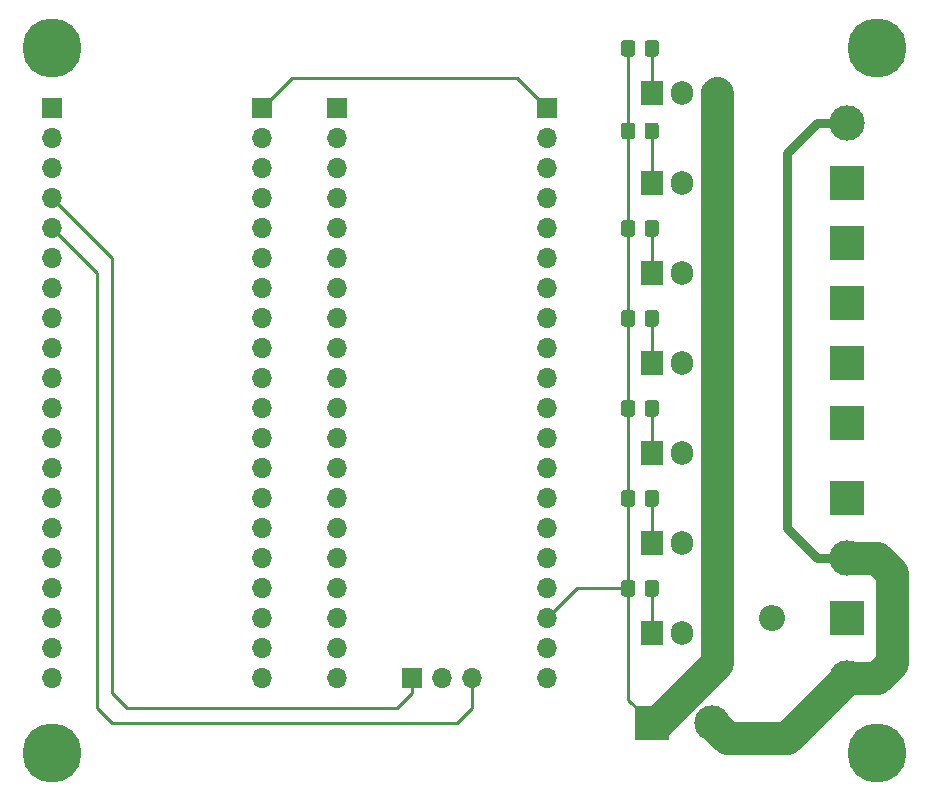
<source format=gbr>
%TF.GenerationSoftware,KiCad,Pcbnew,(5.1.10)-1*%
%TF.CreationDate,2022-01-11T17:35:31-08:00*%
%TF.ProjectId,science_cake_mosfets_2,73636965-6e63-4655-9f63-616b655f6d6f,rev?*%
%TF.SameCoordinates,Original*%
%TF.FileFunction,Copper,L1,Top*%
%TF.FilePolarity,Positive*%
%FSLAX46Y46*%
G04 Gerber Fmt 4.6, Leading zero omitted, Abs format (unit mm)*
G04 Created by KiCad (PCBNEW (5.1.10)-1) date 2022-01-11 17:35:31*
%MOMM*%
%LPD*%
G01*
G04 APERTURE LIST*
%TA.AperFunction,ComponentPad*%
%ADD10O,1.905000X2.000000*%
%TD*%
%TA.AperFunction,ComponentPad*%
%ADD11R,1.905000X2.000000*%
%TD*%
%TA.AperFunction,ComponentPad*%
%ADD12R,1.700000X1.700000*%
%TD*%
%TA.AperFunction,ComponentPad*%
%ADD13O,1.700000X1.700000*%
%TD*%
%TA.AperFunction,ComponentPad*%
%ADD14R,3.000000X3.000000*%
%TD*%
%TA.AperFunction,ComponentPad*%
%ADD15C,3.000000*%
%TD*%
%TA.AperFunction,ComponentPad*%
%ADD16R,2.200000X2.200000*%
%TD*%
%TA.AperFunction,ComponentPad*%
%ADD17O,2.200000X2.200000*%
%TD*%
%TA.AperFunction,ViaPad*%
%ADD18C,5.000000*%
%TD*%
%TA.AperFunction,Conductor*%
%ADD19C,2.790000*%
%TD*%
%TA.AperFunction,Conductor*%
%ADD20C,0.760000*%
%TD*%
%TA.AperFunction,Conductor*%
%ADD21C,2.760000*%
%TD*%
%TA.AperFunction,Conductor*%
%ADD22C,0.250000*%
%TD*%
G04 APERTURE END LIST*
D10*
%TO.P,Q5,3*%
%TO.N,COM*%
X148590000Y-100330000D03*
%TO.P,Q5,2*%
%TO.N,D_PUMP_C*%
X146050000Y-100330000D03*
D11*
%TO.P,Q5,1*%
%TO.N,G_PUMP_C*%
X143510000Y-100330000D03*
%TD*%
D12*
%TO.P,J3,1*%
%TO.N,RX*%
X116840000Y-86360000D03*
D13*
%TO.P,J3,2*%
%TO.N,TX*%
X116840000Y-88900000D03*
%TO.P,J3,3*%
%TO.N,Net-(J3-Pad3)*%
X116840000Y-91440000D03*
%TO.P,J3,4*%
%TO.N,Net-(J3-Pad4)*%
X116840000Y-93980000D03*
%TO.P,J3,5*%
%TO.N,Net-(J3-Pad5)*%
X116840000Y-96520000D03*
%TO.P,J3,6*%
%TO.N,Net-(J3-Pad6)*%
X116840000Y-99060000D03*
%TO.P,J3,7*%
%TO.N,Net-(J3-Pad7)*%
X116840000Y-101600000D03*
%TO.P,J3,8*%
%TO.N,Net-(J3-Pad8)*%
X116840000Y-104140000D03*
%TO.P,J3,9*%
%TO.N,Net-(J3-Pad9)*%
X116840000Y-106680000D03*
%TO.P,J3,10*%
%TO.N,Net-(J3-Pad10)*%
X116840000Y-109220000D03*
%TO.P,J3,11*%
%TO.N,Net-(J3-Pad11)*%
X116840000Y-111760000D03*
%TO.P,J3,12*%
%TO.N,Net-(J3-Pad12)*%
X116840000Y-114300000D03*
%TO.P,J3,13*%
%TO.N,Net-(J3-Pad13)*%
X116840000Y-116840000D03*
%TO.P,J3,14*%
%TO.N,Net-(J3-Pad14)*%
X116840000Y-119380000D03*
%TO.P,J3,15*%
%TO.N,Net-(J3-Pad15)*%
X116840000Y-121920000D03*
%TO.P,J3,16*%
%TO.N,Net-(J3-Pad16)*%
X116840000Y-124460000D03*
%TO.P,J3,17*%
%TO.N,Net-(J3-Pad17)*%
X116840000Y-127000000D03*
%TO.P,J3,18*%
%TO.N,COM*%
X116840000Y-129540000D03*
%TO.P,J3,19*%
%TO.N,Net-(J3-Pad19)*%
X116840000Y-132080000D03*
%TO.P,J3,20*%
%TO.N,Net-(J3-Pad20)*%
X116840000Y-134620000D03*
%TD*%
%TO.P,J2,20*%
%TO.N,Net-(J2-Pad20)*%
X110490000Y-134620000D03*
%TO.P,J2,19*%
%TO.N,Net-(J2-Pad19)*%
X110490000Y-132080000D03*
%TO.P,J2,18*%
%TO.N,Net-(J2-Pad18)*%
X110490000Y-129540000D03*
%TO.P,J2,17*%
%TO.N,Net-(J2-Pad17)*%
X110490000Y-127000000D03*
%TO.P,J2,16*%
%TO.N,Net-(J2-Pad16)*%
X110490000Y-124460000D03*
%TO.P,J2,15*%
%TO.N,Net-(J2-Pad15)*%
X110490000Y-121920000D03*
%TO.P,J2,14*%
%TO.N,Net-(J2-Pad14)*%
X110490000Y-119380000D03*
%TO.P,J2,13*%
%TO.N,Net-(J2-Pad13)*%
X110490000Y-116840000D03*
%TO.P,J2,12*%
%TO.N,Net-(J2-Pad12)*%
X110490000Y-114300000D03*
%TO.P,J2,11*%
%TO.N,Net-(J2-Pad11)*%
X110490000Y-111760000D03*
%TO.P,J2,10*%
%TO.N,Net-(J2-Pad10)*%
X110490000Y-109220000D03*
%TO.P,J2,9*%
%TO.N,Net-(J2-Pad9)*%
X110490000Y-106680000D03*
%TO.P,J2,8*%
%TO.N,Net-(J2-Pad8)*%
X110490000Y-104140000D03*
%TO.P,J2,7*%
%TO.N,Net-(J2-Pad7)*%
X110490000Y-101600000D03*
%TO.P,J2,6*%
%TO.N,Net-(J2-Pad6)*%
X110490000Y-99060000D03*
%TO.P,J2,5*%
%TO.N,Net-(J2-Pad5)*%
X110490000Y-96520000D03*
%TO.P,J2,4*%
%TO.N,Net-(J2-Pad4)*%
X110490000Y-93980000D03*
%TO.P,J2,3*%
%TO.N,Net-(J2-Pad3)*%
X110490000Y-91440000D03*
%TO.P,J2,2*%
%TO.N,Net-(J2-Pad2)*%
X110490000Y-88900000D03*
D12*
%TO.P,J2,1*%
%TO.N,VBUS*%
X110490000Y-86360000D03*
%TD*%
D11*
%TO.P,Q6,1*%
%TO.N,G_PUMP_D*%
X143510000Y-107950000D03*
D10*
%TO.P,Q6,2*%
%TO.N,D_PUMP_D*%
X146050000Y-107950000D03*
%TO.P,Q6,3*%
%TO.N,COM*%
X148590000Y-107950000D03*
%TD*%
D14*
%TO.P,J7,2*%
%TO.N,D_PUMP_D*%
X160020000Y-107950000D03*
%TO.P,J7,3*%
%TO.N,D_PUMP_C*%
X160020000Y-102870000D03*
%TO.P,J7,1*%
%TO.N,D_PUMP_E*%
X160020000Y-113030000D03*
%TO.P,J7,4*%
%TO.N,D_PUMP_B*%
X160020000Y-97790000D03*
%TO.P,J7,5*%
%TO.N,D_PUMP_A*%
X160020000Y-92710000D03*
D15*
%TO.P,J7,6*%
%TO.N,PUMPS_12V*%
X160020000Y-87630000D03*
%TD*%
D16*
%TO.P,D1,1*%
%TO.N,PUMPS_12V*%
X153670000Y-139700000D03*
D17*
%TO.P,D1,2*%
%TO.N,D_WATER*%
X153670000Y-129540000D03*
%TD*%
D13*
%TO.P,J1,20*%
%TO.N,Net-(J1-Pad20)*%
X92710000Y-134620000D03*
%TO.P,J1,19*%
%TO.N,Net-(J1-Pad19)*%
X92710000Y-132080000D03*
%TO.P,J1,18*%
%TO.N,Net-(J1-Pad18)*%
X92710000Y-129540000D03*
%TO.P,J1,17*%
%TO.N,Net-(J1-Pad17)*%
X92710000Y-127000000D03*
%TO.P,J1,16*%
%TO.N,Net-(J1-Pad16)*%
X92710000Y-124460000D03*
%TO.P,J1,15*%
%TO.N,Net-(J1-Pad15)*%
X92710000Y-121920000D03*
%TO.P,J1,14*%
%TO.N,Net-(J1-Pad14)*%
X92710000Y-119380000D03*
%TO.P,J1,13*%
%TO.N,Net-(J1-Pad13)*%
X92710000Y-116840000D03*
%TO.P,J1,12*%
%TO.N,Net-(J1-Pad12)*%
X92710000Y-114300000D03*
%TO.P,J1,11*%
%TO.N,Net-(J1-Pad11)*%
X92710000Y-111760000D03*
%TO.P,J1,10*%
%TO.N,Net-(J1-Pad10)*%
X92710000Y-109220000D03*
%TO.P,J1,9*%
%TO.N,Net-(J1-Pad9)*%
X92710000Y-106680000D03*
%TO.P,J1,8*%
%TO.N,Net-(J1-Pad8)*%
X92710000Y-104140000D03*
%TO.P,J1,7*%
%TO.N,RX*%
X92710000Y-101600000D03*
%TO.P,J1,6*%
%TO.N,TX*%
X92710000Y-99060000D03*
%TO.P,J1,5*%
%TO.N,SWDIO*%
X92710000Y-96520000D03*
%TO.P,J1,4*%
%TO.N,SWCLK*%
X92710000Y-93980000D03*
%TO.P,J1,3*%
%TO.N,COM*%
X92710000Y-91440000D03*
%TO.P,J1,2*%
%TO.N,Net-(J1-Pad2)*%
X92710000Y-88900000D03*
D12*
%TO.P,J1,1*%
%TO.N,Net-(J1-Pad1)*%
X92710000Y-86360000D03*
%TD*%
%TO.P,J4,1*%
%TO.N,SWCLK*%
X123190000Y-134620000D03*
D13*
%TO.P,J4,2*%
%TO.N,COM*%
X125730000Y-134620000D03*
%TO.P,J4,3*%
%TO.N,SWDIO*%
X128270000Y-134620000D03*
%TD*%
D12*
%TO.P,J5,1*%
%TO.N,VBUS*%
X134620000Y-86360000D03*
D13*
%TO.P,J5,2*%
%TO.N,Net-(J5-Pad2)*%
X134620000Y-88900000D03*
%TO.P,J5,3*%
%TO.N,COM*%
X134620000Y-91440000D03*
%TO.P,J5,4*%
%TO.N,Net-(J5-Pad4)*%
X134620000Y-93980000D03*
%TO.P,J5,5*%
%TO.N,Net-(J5-Pad5)*%
X134620000Y-96520000D03*
%TO.P,J5,6*%
%TO.N,Net-(J5-Pad6)*%
X134620000Y-99060000D03*
%TO.P,J5,7*%
%TO.N,Net-(J5-Pad7)*%
X134620000Y-101600000D03*
%TO.P,J5,8*%
%TO.N,Net-(J5-Pad8)*%
X134620000Y-104140000D03*
%TO.P,J5,9*%
%TO.N,Net-(J5-Pad9)*%
X134620000Y-106680000D03*
%TO.P,J5,10*%
%TO.N,Net-(J5-Pad10)*%
X134620000Y-109220000D03*
%TO.P,J5,11*%
%TO.N,Net-(J5-Pad11)*%
X134620000Y-111760000D03*
%TO.P,J5,12*%
%TO.N,G_PUMP_A*%
X134620000Y-114300000D03*
%TO.P,J5,13*%
%TO.N,Net-(J5-Pad13)*%
X134620000Y-116840000D03*
%TO.P,J5,14*%
%TO.N,G_PUMP_B*%
X134620000Y-119380000D03*
%TO.P,J5,15*%
%TO.N,G_PUMP_C*%
X134620000Y-121920000D03*
%TO.P,J5,16*%
%TO.N,G_PUMP_D*%
X134620000Y-124460000D03*
%TO.P,J5,17*%
%TO.N,G_PUMP_E*%
X134620000Y-127000000D03*
%TO.P,J5,18*%
%TO.N,COM*%
X134620000Y-129540000D03*
%TO.P,J5,19*%
%TO.N,G_VACUUM*%
X134620000Y-132080000D03*
%TO.P,J5,20*%
%TO.N,G_WATER*%
X134620000Y-134620000D03*
%TD*%
D14*
%TO.P,J6,1*%
%TO.N,COM*%
X143510000Y-138430000D03*
D15*
%TO.P,J6,2*%
%TO.N,PUMPS_12V*%
X148590000Y-138430000D03*
%TD*%
D14*
%TO.P,J8,2*%
%TO.N,D_WATER*%
X160020000Y-129540000D03*
D15*
%TO.P,J8,3*%
%TO.N,PUMPS_12V*%
X160020000Y-124460000D03*
%TO.P,J8,1*%
X160020000Y-134620000D03*
D14*
%TO.P,J8,4*%
%TO.N,D_VACUUM*%
X160020000Y-119380000D03*
%TD*%
D11*
%TO.P,Q1,1*%
%TO.N,G_WATER*%
X143510000Y-130810000D03*
D10*
%TO.P,Q1,2*%
%TO.N,D_WATER*%
X146050000Y-130810000D03*
%TO.P,Q1,3*%
%TO.N,COM*%
X148590000Y-130810000D03*
%TD*%
%TO.P,Q2,3*%
%TO.N,COM*%
X148590000Y-85090000D03*
%TO.P,Q2,2*%
%TO.N,D_PUMP_A*%
X146050000Y-85090000D03*
D11*
%TO.P,Q2,1*%
%TO.N,G_PUMP_A*%
X143510000Y-85090000D03*
%TD*%
%TO.P,Q3,1*%
%TO.N,G_PUMP_B*%
X143510000Y-92710000D03*
D10*
%TO.P,Q3,2*%
%TO.N,D_PUMP_B*%
X146050000Y-92710000D03*
%TO.P,Q3,3*%
%TO.N,COM*%
X148590000Y-92710000D03*
%TD*%
D11*
%TO.P,Q4,1*%
%TO.N,G_VACUUM*%
X143510000Y-123190000D03*
D10*
%TO.P,Q4,2*%
%TO.N,D_VACUUM*%
X146050000Y-123190000D03*
%TO.P,Q4,3*%
%TO.N,COM*%
X148590000Y-123190000D03*
%TD*%
%TO.P,Q7,3*%
%TO.N,COM*%
X148590000Y-115570000D03*
%TO.P,Q7,2*%
%TO.N,D_PUMP_E*%
X146050000Y-115570000D03*
D11*
%TO.P,Q7,1*%
%TO.N,G_PUMP_E*%
X143510000Y-115570000D03*
%TD*%
%TO.P,R1,1*%
%TO.N,G_WATER*%
%TA.AperFunction,SMDPad,CuDef*%
G36*
G01*
X144110000Y-126549999D02*
X144110000Y-127450001D01*
G75*
G02*
X143860001Y-127700000I-249999J0D01*
G01*
X143159999Y-127700000D01*
G75*
G02*
X142910000Y-127450001I0J249999D01*
G01*
X142910000Y-126549999D01*
G75*
G02*
X143159999Y-126300000I249999J0D01*
G01*
X143860001Y-126300000D01*
G75*
G02*
X144110000Y-126549999I0J-249999D01*
G01*
G37*
%TD.AperFunction*%
%TO.P,R1,2*%
%TO.N,COM*%
%TA.AperFunction,SMDPad,CuDef*%
G36*
G01*
X142110000Y-126549999D02*
X142110000Y-127450001D01*
G75*
G02*
X141860001Y-127700000I-249999J0D01*
G01*
X141159999Y-127700000D01*
G75*
G02*
X140910000Y-127450001I0J249999D01*
G01*
X140910000Y-126549999D01*
G75*
G02*
X141159999Y-126300000I249999J0D01*
G01*
X141860001Y-126300000D01*
G75*
G02*
X142110000Y-126549999I0J-249999D01*
G01*
G37*
%TD.AperFunction*%
%TD*%
%TO.P,R2,1*%
%TO.N,G_PUMP_A*%
%TA.AperFunction,SMDPad,CuDef*%
G36*
G01*
X144110000Y-80829999D02*
X144110000Y-81730001D01*
G75*
G02*
X143860001Y-81980000I-249999J0D01*
G01*
X143159999Y-81980000D01*
G75*
G02*
X142910000Y-81730001I0J249999D01*
G01*
X142910000Y-80829999D01*
G75*
G02*
X143159999Y-80580000I249999J0D01*
G01*
X143860001Y-80580000D01*
G75*
G02*
X144110000Y-80829999I0J-249999D01*
G01*
G37*
%TD.AperFunction*%
%TO.P,R2,2*%
%TO.N,COM*%
%TA.AperFunction,SMDPad,CuDef*%
G36*
G01*
X142110000Y-80829999D02*
X142110000Y-81730001D01*
G75*
G02*
X141860001Y-81980000I-249999J0D01*
G01*
X141159999Y-81980000D01*
G75*
G02*
X140910000Y-81730001I0J249999D01*
G01*
X140910000Y-80829999D01*
G75*
G02*
X141159999Y-80580000I249999J0D01*
G01*
X141860001Y-80580000D01*
G75*
G02*
X142110000Y-80829999I0J-249999D01*
G01*
G37*
%TD.AperFunction*%
%TD*%
%TO.P,R3,2*%
%TO.N,COM*%
%TA.AperFunction,SMDPad,CuDef*%
G36*
G01*
X142110000Y-87814999D02*
X142110000Y-88715001D01*
G75*
G02*
X141860001Y-88965000I-249999J0D01*
G01*
X141159999Y-88965000D01*
G75*
G02*
X140910000Y-88715001I0J249999D01*
G01*
X140910000Y-87814999D01*
G75*
G02*
X141159999Y-87565000I249999J0D01*
G01*
X141860001Y-87565000D01*
G75*
G02*
X142110000Y-87814999I0J-249999D01*
G01*
G37*
%TD.AperFunction*%
%TO.P,R3,1*%
%TO.N,G_PUMP_B*%
%TA.AperFunction,SMDPad,CuDef*%
G36*
G01*
X144110000Y-87814999D02*
X144110000Y-88715001D01*
G75*
G02*
X143860001Y-88965000I-249999J0D01*
G01*
X143159999Y-88965000D01*
G75*
G02*
X142910000Y-88715001I0J249999D01*
G01*
X142910000Y-87814999D01*
G75*
G02*
X143159999Y-87565000I249999J0D01*
G01*
X143860001Y-87565000D01*
G75*
G02*
X144110000Y-87814999I0J-249999D01*
G01*
G37*
%TD.AperFunction*%
%TD*%
%TO.P,R4,2*%
%TO.N,COM*%
%TA.AperFunction,SMDPad,CuDef*%
G36*
G01*
X142110000Y-118929999D02*
X142110000Y-119830001D01*
G75*
G02*
X141860001Y-120080000I-249999J0D01*
G01*
X141159999Y-120080000D01*
G75*
G02*
X140910000Y-119830001I0J249999D01*
G01*
X140910000Y-118929999D01*
G75*
G02*
X141159999Y-118680000I249999J0D01*
G01*
X141860001Y-118680000D01*
G75*
G02*
X142110000Y-118929999I0J-249999D01*
G01*
G37*
%TD.AperFunction*%
%TO.P,R4,1*%
%TO.N,G_VACUUM*%
%TA.AperFunction,SMDPad,CuDef*%
G36*
G01*
X144110000Y-118929999D02*
X144110000Y-119830001D01*
G75*
G02*
X143860001Y-120080000I-249999J0D01*
G01*
X143159999Y-120080000D01*
G75*
G02*
X142910000Y-119830001I0J249999D01*
G01*
X142910000Y-118929999D01*
G75*
G02*
X143159999Y-118680000I249999J0D01*
G01*
X143860001Y-118680000D01*
G75*
G02*
X144110000Y-118929999I0J-249999D01*
G01*
G37*
%TD.AperFunction*%
%TD*%
%TO.P,R5,1*%
%TO.N,G_PUMP_C*%
%TA.AperFunction,SMDPad,CuDef*%
G36*
G01*
X144110000Y-96069999D02*
X144110000Y-96970001D01*
G75*
G02*
X143860001Y-97220000I-249999J0D01*
G01*
X143159999Y-97220000D01*
G75*
G02*
X142910000Y-96970001I0J249999D01*
G01*
X142910000Y-96069999D01*
G75*
G02*
X143159999Y-95820000I249999J0D01*
G01*
X143860001Y-95820000D01*
G75*
G02*
X144110000Y-96069999I0J-249999D01*
G01*
G37*
%TD.AperFunction*%
%TO.P,R5,2*%
%TO.N,COM*%
%TA.AperFunction,SMDPad,CuDef*%
G36*
G01*
X142110000Y-96069999D02*
X142110000Y-96970001D01*
G75*
G02*
X141860001Y-97220000I-249999J0D01*
G01*
X141159999Y-97220000D01*
G75*
G02*
X140910000Y-96970001I0J249999D01*
G01*
X140910000Y-96069999D01*
G75*
G02*
X141159999Y-95820000I249999J0D01*
G01*
X141860001Y-95820000D01*
G75*
G02*
X142110000Y-96069999I0J-249999D01*
G01*
G37*
%TD.AperFunction*%
%TD*%
%TO.P,R6,1*%
%TO.N,G_PUMP_D*%
%TA.AperFunction,SMDPad,CuDef*%
G36*
G01*
X144110000Y-103689999D02*
X144110000Y-104590001D01*
G75*
G02*
X143860001Y-104840000I-249999J0D01*
G01*
X143159999Y-104840000D01*
G75*
G02*
X142910000Y-104590001I0J249999D01*
G01*
X142910000Y-103689999D01*
G75*
G02*
X143159999Y-103440000I249999J0D01*
G01*
X143860001Y-103440000D01*
G75*
G02*
X144110000Y-103689999I0J-249999D01*
G01*
G37*
%TD.AperFunction*%
%TO.P,R6,2*%
%TO.N,COM*%
%TA.AperFunction,SMDPad,CuDef*%
G36*
G01*
X142110000Y-103689999D02*
X142110000Y-104590001D01*
G75*
G02*
X141860001Y-104840000I-249999J0D01*
G01*
X141159999Y-104840000D01*
G75*
G02*
X140910000Y-104590001I0J249999D01*
G01*
X140910000Y-103689999D01*
G75*
G02*
X141159999Y-103440000I249999J0D01*
G01*
X141860001Y-103440000D01*
G75*
G02*
X142110000Y-103689999I0J-249999D01*
G01*
G37*
%TD.AperFunction*%
%TD*%
%TO.P,R7,2*%
%TO.N,COM*%
%TA.AperFunction,SMDPad,CuDef*%
G36*
G01*
X142110000Y-111309999D02*
X142110000Y-112210001D01*
G75*
G02*
X141860001Y-112460000I-249999J0D01*
G01*
X141159999Y-112460000D01*
G75*
G02*
X140910000Y-112210001I0J249999D01*
G01*
X140910000Y-111309999D01*
G75*
G02*
X141159999Y-111060000I249999J0D01*
G01*
X141860001Y-111060000D01*
G75*
G02*
X142110000Y-111309999I0J-249999D01*
G01*
G37*
%TD.AperFunction*%
%TO.P,R7,1*%
%TO.N,G_PUMP_E*%
%TA.AperFunction,SMDPad,CuDef*%
G36*
G01*
X144110000Y-111309999D02*
X144110000Y-112210001D01*
G75*
G02*
X143860001Y-112460000I-249999J0D01*
G01*
X143159999Y-112460000D01*
G75*
G02*
X142910000Y-112210001I0J249999D01*
G01*
X142910000Y-111309999D01*
G75*
G02*
X143159999Y-111060000I249999J0D01*
G01*
X143860001Y-111060000D01*
G75*
G02*
X144110000Y-111309999I0J-249999D01*
G01*
G37*
%TD.AperFunction*%
%TD*%
D18*
%TO.N,*%
X162560000Y-140970000D03*
X92710000Y-140970000D03*
X92710000Y-81280000D03*
X162560000Y-81280000D03*
%TD*%
D19*
%TO.N,PUMPS_12V*%
X148590000Y-138430000D02*
X149860000Y-139700000D01*
X154940000Y-139700000D02*
X153670000Y-139700000D01*
X160020000Y-134620000D02*
X154940000Y-139700000D01*
X149860000Y-139700000D02*
X153670000Y-139700000D01*
D20*
X160020000Y-87630000D02*
X157480000Y-87630000D01*
X157480000Y-87630000D02*
X154940000Y-90170000D01*
X154940000Y-90170000D02*
X154940000Y-121920000D01*
X157480000Y-124460000D02*
X160020000Y-124460000D01*
X154940000Y-121920000D02*
X157480000Y-124460000D01*
D19*
X160020000Y-134620000D02*
X162560000Y-134620000D01*
X162560000Y-124460000D02*
X160020000Y-124460000D01*
X162560000Y-124460000D02*
X163830000Y-125730000D01*
X163830000Y-125730000D02*
X163830000Y-133350000D01*
X163830000Y-133350000D02*
X162560000Y-134620000D01*
%TO.N,COM*%
X149000000Y-92710000D02*
X149000000Y-85090000D01*
X149000000Y-100330000D02*
X149000000Y-92710000D01*
X149000000Y-107950000D02*
X149000000Y-100330000D01*
X149000000Y-115570000D02*
X149000000Y-107950000D01*
D21*
X149000000Y-130900000D02*
X149000000Y-133350000D01*
D19*
X143920000Y-138430000D02*
X149000000Y-133350000D01*
D22*
X143510000Y-138430000D02*
X143920000Y-138430000D01*
X148590000Y-127000000D02*
X149000000Y-127410000D01*
D19*
X149000000Y-127410000D02*
X149000000Y-123190000D01*
X149000000Y-130810000D02*
X149000000Y-127410000D01*
X149000000Y-123190000D02*
X149000000Y-115570000D01*
D22*
X141605000Y-127095000D02*
X141510000Y-127000000D01*
X141510000Y-136430000D02*
X143510000Y-138430000D01*
X141510000Y-127000000D02*
X141510000Y-136430000D01*
X137160000Y-127000000D02*
X134620000Y-129540000D01*
X141510000Y-127000000D02*
X137160000Y-127000000D01*
X141510000Y-127000000D02*
X141510000Y-119380000D01*
X141510000Y-119380000D02*
X141510000Y-111760000D01*
X141510000Y-111760000D02*
X141510000Y-104140000D01*
X141510000Y-104140000D02*
X141510000Y-96520000D01*
X141510000Y-96520000D02*
X141510000Y-88265000D01*
X141510000Y-88265000D02*
X141510000Y-81280000D01*
%TO.N,SWDIO*%
X128270000Y-137160000D02*
X128270000Y-134620000D01*
X127000000Y-138430000D02*
X128270000Y-137160000D01*
X97790000Y-138430000D02*
X127000000Y-138430000D01*
X96520000Y-137160000D02*
X97790000Y-138430000D01*
X96520000Y-100330000D02*
X96520000Y-137160000D01*
X92710000Y-96520000D02*
X96520000Y-100330000D01*
%TO.N,SWCLK*%
X92710000Y-93980000D02*
X97790000Y-99060000D01*
X97790000Y-99060000D02*
X97790000Y-135890000D01*
X97790000Y-135890000D02*
X99060000Y-137160000D01*
X99060000Y-137160000D02*
X121920000Y-137160000D01*
X123190000Y-135890000D02*
X123190000Y-134620000D01*
X121920000Y-137160000D02*
X123190000Y-135890000D01*
%TO.N,VBUS*%
X110490000Y-86360000D02*
X113030000Y-83820000D01*
X113030000Y-83820000D02*
X132080000Y-83820000D01*
X132080000Y-83820000D02*
X134620000Y-86360000D01*
%TO.N,G_PUMP_A*%
X143510000Y-85090000D02*
X143510000Y-81280000D01*
%TO.N,G_PUMP_B*%
X143510000Y-88900000D02*
X143510000Y-92710000D01*
%TO.N,G_PUMP_C*%
X143510000Y-96520000D02*
X143510000Y-100330000D01*
%TO.N,G_PUMP_D*%
X143510000Y-104140000D02*
X143510000Y-107950000D01*
%TO.N,G_PUMP_E*%
X143510000Y-111760000D02*
X143510000Y-115570000D01*
%TO.N,G_WATER*%
X143510000Y-130810000D02*
X143510000Y-127000000D01*
%TO.N,G_VACUUM*%
X143510000Y-123190000D02*
X143510000Y-119380000D01*
%TD*%
M02*

</source>
